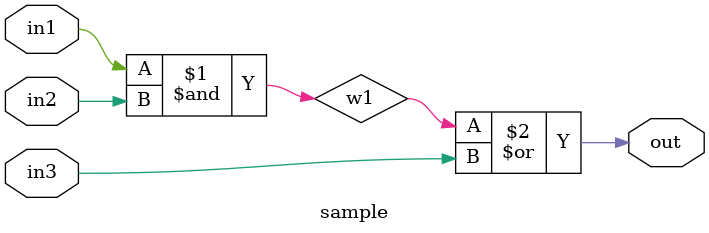
<source format=v>
`timescale 1ns / 1ps


module sample (input in1, input in2, input in3, output out);

wire w1, w2;
and and1(w1, in1, in2);
nor nor1(w2, w1, in3);
not not1(out, w2);

endmodule

</source>
